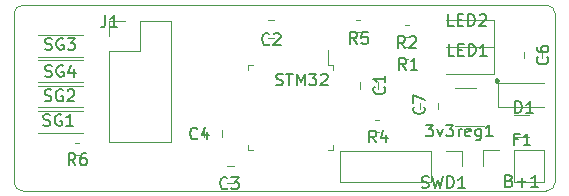
<source format=gbr>
%TF.GenerationSoftware,KiCad,Pcbnew,(5.1.8)-1*%
%TF.CreationDate,2021-01-31T15:43:31-07:00*%
%TF.ProjectId,Axle-Tx-PCB(STM32)v2,41786c65-2d54-4782-9d50-43422853544d,rev?*%
%TF.SameCoordinates,Original*%
%TF.FileFunction,Legend,Top*%
%TF.FilePolarity,Positive*%
%FSLAX46Y46*%
G04 Gerber Fmt 4.6, Leading zero omitted, Abs format (unit mm)*
G04 Created by KiCad (PCBNEW (5.1.8)-1) date 2021-01-31 15:43:31*
%MOMM*%
%LPD*%
G01*
G04 APERTURE LIST*
%TA.AperFunction,Profile*%
%ADD10C,0.050000*%
%TD*%
%ADD11C,0.300000*%
%ADD12C,0.120000*%
%ADD13C,0.150000*%
G04 APERTURE END LIST*
D10*
X67945000Y-36322000D02*
G75*
G02*
X68707000Y-37084000I0J-762000D01*
G01*
X68707000Y-51308000D02*
G75*
G02*
X67945000Y-52070000I-762000J0D01*
G01*
X23622000Y-52070000D02*
G75*
G02*
X22860000Y-51308000I0J762000D01*
G01*
X22860000Y-37084000D02*
G75*
G02*
X23622000Y-36322000I762000J0D01*
G01*
X22860000Y-51308000D02*
X22860000Y-37084000D01*
X67945000Y-52070000D02*
X23622000Y-52070000D01*
X68707000Y-37084000D02*
X68707000Y-51308000D01*
X23622000Y-36322000D02*
X67945000Y-36322000D01*
D11*
X63878685Y-42773600D02*
X63807257Y-42845028D01*
X63735828Y-42773600D01*
X63807257Y-42702171D01*
X63878685Y-42773600D01*
X63735828Y-42773600D01*
D12*
%TO.C,J1*%
X30928000Y-37633600D02*
X32258000Y-37633600D01*
X30928000Y-38963600D02*
X30928000Y-37633600D01*
X33528000Y-37633600D02*
X36128000Y-37633600D01*
X33528000Y-40233600D02*
X33528000Y-37633600D01*
X30928000Y-40233600D02*
X33528000Y-40233600D01*
X36128000Y-37633600D02*
X36128000Y-47913600D01*
X30928000Y-40233600D02*
X30928000Y-47913600D01*
X30928000Y-47913600D02*
X36128000Y-47913600D01*
%TO.C,STM32*%
X42668800Y-48168800D02*
X42668800Y-48618800D01*
X42668800Y-48618800D02*
X43118800Y-48618800D01*
X42668800Y-41848800D02*
X42668800Y-41398800D01*
X42668800Y-41398800D02*
X43118800Y-41398800D01*
X49888800Y-48168800D02*
X49888800Y-48618800D01*
X49888800Y-48618800D02*
X49438800Y-48618800D01*
X49888800Y-41848800D02*
X49888800Y-41398800D01*
X49888800Y-41398800D02*
X49438800Y-41398800D01*
X49438800Y-41398800D02*
X49438800Y-40108800D01*
%TO.C,SWD1*%
X50486000Y-48657200D02*
X50486000Y-51317200D01*
X58166000Y-48657200D02*
X50486000Y-48657200D01*
X58166000Y-51317200D02*
X50486000Y-51317200D01*
X58166000Y-48657200D02*
X58166000Y-51317200D01*
X59436000Y-48657200D02*
X60766000Y-48657200D01*
X60766000Y-48657200D02*
X60766000Y-49987200D01*
%TO.C,SG4*%
X28742400Y-42830000D02*
X24902400Y-42830000D01*
X28742400Y-40990000D02*
X24902400Y-40990000D01*
%TO.C,SG3*%
X24902400Y-38856400D02*
X28742400Y-38856400D01*
X24902400Y-40696400D02*
X28742400Y-40696400D01*
%TO.C,SG2*%
X28742400Y-44989000D02*
X24902400Y-44989000D01*
X28742400Y-43149000D02*
X24902400Y-43149000D01*
%TO.C,SG1*%
X24902400Y-45282600D02*
X28742400Y-45282600D01*
X24902400Y-47122600D02*
X28742400Y-47122600D01*
%TO.C,R6*%
X28022733Y-48004000D02*
X28365267Y-48004000D01*
X28022733Y-49024000D02*
X28365267Y-49024000D01*
%TO.C,R5*%
X52190467Y-38610000D02*
X51847933Y-38610000D01*
X52190467Y-37590000D02*
X51847933Y-37590000D01*
%TO.C,R4*%
X53473533Y-46073600D02*
X53816067Y-46073600D01*
X53473533Y-47093600D02*
X53816067Y-47093600D01*
%TO.C,R2*%
X55962733Y-38047200D02*
X56305267Y-38047200D01*
X55962733Y-39067200D02*
X56305267Y-39067200D01*
%TO.C,R1*%
X55911933Y-39876000D02*
X56254467Y-39876000D01*
X55911933Y-40896000D02*
X56254467Y-40896000D01*
%TO.C,F1*%
X65234736Y-45673600D02*
X66438864Y-45673600D01*
X65234736Y-47493600D02*
X66438864Y-47493600D01*
%TO.C,LED2*%
X59410800Y-39895400D02*
X63470800Y-39895400D01*
X63470800Y-39895400D02*
X63470800Y-37625400D01*
X63470800Y-37625400D02*
X59410800Y-37625400D01*
%TO.C,LED1*%
X59410800Y-42181400D02*
X63470800Y-42181400D01*
X63470800Y-42181400D02*
X63470800Y-39911400D01*
X63470800Y-39911400D02*
X59410800Y-39911400D01*
%TO.C,D1*%
X63890800Y-42942000D02*
X63890800Y-44942000D01*
X63890800Y-44942000D02*
X67740800Y-44942000D01*
X63890800Y-42942000D02*
X67740800Y-42942000D01*
%TO.C,C7*%
X57278600Y-45117652D02*
X57278600Y-44595148D01*
X58748600Y-45117652D02*
X58748600Y-44595148D01*
%TO.C,C6*%
X66067000Y-40799652D02*
X66067000Y-40277148D01*
X67537000Y-40799652D02*
X67537000Y-40277148D01*
%TO.C,C4*%
X38990600Y-47454452D02*
X38990600Y-46931948D01*
X40460600Y-47454452D02*
X40460600Y-46931948D01*
%TO.C,C3*%
X41460052Y-51382600D02*
X40937548Y-51382600D01*
X41460052Y-49912600D02*
X40937548Y-49912600D01*
%TO.C,C2*%
X44391948Y-37619000D02*
X44914452Y-37619000D01*
X44391948Y-39089000D02*
X44914452Y-39089000D01*
%TO.C,C1*%
X53668600Y-42867948D02*
X53668600Y-43390452D01*
X52198600Y-42867948D02*
X52198600Y-43390452D01*
%TO.C,B+1*%
X65176400Y-51266400D02*
X65176400Y-48606400D01*
X65176400Y-51266400D02*
X67776400Y-51266400D01*
X67776400Y-51266400D02*
X67776400Y-48606400D01*
X65176400Y-48606400D02*
X67776400Y-48606400D01*
X62576400Y-48606400D02*
X63906400Y-48606400D01*
X62576400Y-49936400D02*
X62576400Y-48606400D01*
%TO.C,3v3reg1*%
X62012400Y-43348000D02*
X60212400Y-43348000D01*
X60212400Y-46568000D02*
X62662400Y-46568000D01*
%TD*%
%TO.C,J1*%
D13*
X30603866Y-37196780D02*
X30603866Y-37911066D01*
X30556247Y-38053923D01*
X30461009Y-38149161D01*
X30318152Y-38196780D01*
X30222914Y-38196780D01*
X31603866Y-38196780D02*
X31032438Y-38196780D01*
X31318152Y-38196780D02*
X31318152Y-37196780D01*
X31222914Y-37339638D01*
X31127676Y-37434876D01*
X31032438Y-37482495D01*
%TO.C,STM32*%
X45053523Y-43076761D02*
X45196380Y-43124380D01*
X45434476Y-43124380D01*
X45529714Y-43076761D01*
X45577333Y-43029142D01*
X45624952Y-42933904D01*
X45624952Y-42838666D01*
X45577333Y-42743428D01*
X45529714Y-42695809D01*
X45434476Y-42648190D01*
X45244000Y-42600571D01*
X45148761Y-42552952D01*
X45101142Y-42505333D01*
X45053523Y-42410095D01*
X45053523Y-42314857D01*
X45101142Y-42219619D01*
X45148761Y-42172000D01*
X45244000Y-42124380D01*
X45482095Y-42124380D01*
X45624952Y-42172000D01*
X45910666Y-42124380D02*
X46482095Y-42124380D01*
X46196380Y-43124380D02*
X46196380Y-42124380D01*
X46815428Y-43124380D02*
X46815428Y-42124380D01*
X47148761Y-42838666D01*
X47482095Y-42124380D01*
X47482095Y-43124380D01*
X47863047Y-42124380D02*
X48482095Y-42124380D01*
X48148761Y-42505333D01*
X48291619Y-42505333D01*
X48386857Y-42552952D01*
X48434476Y-42600571D01*
X48482095Y-42695809D01*
X48482095Y-42933904D01*
X48434476Y-43029142D01*
X48386857Y-43076761D01*
X48291619Y-43124380D01*
X48005904Y-43124380D01*
X47910666Y-43076761D01*
X47863047Y-43029142D01*
X48863047Y-42219619D02*
X48910666Y-42172000D01*
X49005904Y-42124380D01*
X49244000Y-42124380D01*
X49339238Y-42172000D01*
X49386857Y-42219619D01*
X49434476Y-42314857D01*
X49434476Y-42410095D01*
X49386857Y-42552952D01*
X48815428Y-43124380D01*
X49434476Y-43124380D01*
%TO.C,SWD1*%
X57399466Y-51763561D02*
X57542323Y-51811180D01*
X57780419Y-51811180D01*
X57875657Y-51763561D01*
X57923276Y-51715942D01*
X57970895Y-51620704D01*
X57970895Y-51525466D01*
X57923276Y-51430228D01*
X57875657Y-51382609D01*
X57780419Y-51334990D01*
X57589942Y-51287371D01*
X57494704Y-51239752D01*
X57447085Y-51192133D01*
X57399466Y-51096895D01*
X57399466Y-51001657D01*
X57447085Y-50906419D01*
X57494704Y-50858800D01*
X57589942Y-50811180D01*
X57828038Y-50811180D01*
X57970895Y-50858800D01*
X58304228Y-50811180D02*
X58542323Y-51811180D01*
X58732800Y-51096895D01*
X58923276Y-51811180D01*
X59161371Y-50811180D01*
X59542323Y-51811180D02*
X59542323Y-50811180D01*
X59780419Y-50811180D01*
X59923276Y-50858800D01*
X60018514Y-50954038D01*
X60066133Y-51049276D01*
X60113752Y-51239752D01*
X60113752Y-51382609D01*
X60066133Y-51573085D01*
X60018514Y-51668323D01*
X59923276Y-51763561D01*
X59780419Y-51811180D01*
X59542323Y-51811180D01*
X61066133Y-51811180D02*
X60494704Y-51811180D01*
X60780419Y-51811180D02*
X60780419Y-50811180D01*
X60685180Y-50954038D01*
X60589942Y-51049276D01*
X60494704Y-51096895D01*
%TO.C,SG4*%
X25509695Y-42365561D02*
X25652552Y-42413180D01*
X25890647Y-42413180D01*
X25985885Y-42365561D01*
X26033504Y-42317942D01*
X26081123Y-42222704D01*
X26081123Y-42127466D01*
X26033504Y-42032228D01*
X25985885Y-41984609D01*
X25890647Y-41936990D01*
X25700171Y-41889371D01*
X25604933Y-41841752D01*
X25557314Y-41794133D01*
X25509695Y-41698895D01*
X25509695Y-41603657D01*
X25557314Y-41508419D01*
X25604933Y-41460800D01*
X25700171Y-41413180D01*
X25938266Y-41413180D01*
X26081123Y-41460800D01*
X27033504Y-41460800D02*
X26938266Y-41413180D01*
X26795409Y-41413180D01*
X26652552Y-41460800D01*
X26557314Y-41556038D01*
X26509695Y-41651276D01*
X26462076Y-41841752D01*
X26462076Y-41984609D01*
X26509695Y-42175085D01*
X26557314Y-42270323D01*
X26652552Y-42365561D01*
X26795409Y-42413180D01*
X26890647Y-42413180D01*
X27033504Y-42365561D01*
X27081123Y-42317942D01*
X27081123Y-41984609D01*
X26890647Y-41984609D01*
X27938266Y-41746514D02*
X27938266Y-42413180D01*
X27700171Y-41365561D02*
X27462076Y-42079847D01*
X28081123Y-42079847D01*
%TO.C,SG3*%
X25509695Y-40079561D02*
X25652552Y-40127180D01*
X25890647Y-40127180D01*
X25985885Y-40079561D01*
X26033504Y-40031942D01*
X26081123Y-39936704D01*
X26081123Y-39841466D01*
X26033504Y-39746228D01*
X25985885Y-39698609D01*
X25890647Y-39650990D01*
X25700171Y-39603371D01*
X25604933Y-39555752D01*
X25557314Y-39508133D01*
X25509695Y-39412895D01*
X25509695Y-39317657D01*
X25557314Y-39222419D01*
X25604933Y-39174800D01*
X25700171Y-39127180D01*
X25938266Y-39127180D01*
X26081123Y-39174800D01*
X27033504Y-39174800D02*
X26938266Y-39127180D01*
X26795409Y-39127180D01*
X26652552Y-39174800D01*
X26557314Y-39270038D01*
X26509695Y-39365276D01*
X26462076Y-39555752D01*
X26462076Y-39698609D01*
X26509695Y-39889085D01*
X26557314Y-39984323D01*
X26652552Y-40079561D01*
X26795409Y-40127180D01*
X26890647Y-40127180D01*
X27033504Y-40079561D01*
X27081123Y-40031942D01*
X27081123Y-39698609D01*
X26890647Y-39698609D01*
X27414457Y-39127180D02*
X28033504Y-39127180D01*
X27700171Y-39508133D01*
X27843028Y-39508133D01*
X27938266Y-39555752D01*
X27985885Y-39603371D01*
X28033504Y-39698609D01*
X28033504Y-39936704D01*
X27985885Y-40031942D01*
X27938266Y-40079561D01*
X27843028Y-40127180D01*
X27557314Y-40127180D01*
X27462076Y-40079561D01*
X27414457Y-40031942D01*
%TO.C,SG2*%
X25458895Y-44422961D02*
X25601752Y-44470580D01*
X25839847Y-44470580D01*
X25935085Y-44422961D01*
X25982704Y-44375342D01*
X26030323Y-44280104D01*
X26030323Y-44184866D01*
X25982704Y-44089628D01*
X25935085Y-44042009D01*
X25839847Y-43994390D01*
X25649371Y-43946771D01*
X25554133Y-43899152D01*
X25506514Y-43851533D01*
X25458895Y-43756295D01*
X25458895Y-43661057D01*
X25506514Y-43565819D01*
X25554133Y-43518200D01*
X25649371Y-43470580D01*
X25887466Y-43470580D01*
X26030323Y-43518200D01*
X26982704Y-43518200D02*
X26887466Y-43470580D01*
X26744609Y-43470580D01*
X26601752Y-43518200D01*
X26506514Y-43613438D01*
X26458895Y-43708676D01*
X26411276Y-43899152D01*
X26411276Y-44042009D01*
X26458895Y-44232485D01*
X26506514Y-44327723D01*
X26601752Y-44422961D01*
X26744609Y-44470580D01*
X26839847Y-44470580D01*
X26982704Y-44422961D01*
X27030323Y-44375342D01*
X27030323Y-44042009D01*
X26839847Y-44042009D01*
X27411276Y-43565819D02*
X27458895Y-43518200D01*
X27554133Y-43470580D01*
X27792228Y-43470580D01*
X27887466Y-43518200D01*
X27935085Y-43565819D01*
X27982704Y-43661057D01*
X27982704Y-43756295D01*
X27935085Y-43899152D01*
X27363657Y-44470580D01*
X27982704Y-44470580D01*
%TO.C,SG1*%
X25357295Y-46505761D02*
X25500152Y-46553380D01*
X25738247Y-46553380D01*
X25833485Y-46505761D01*
X25881104Y-46458142D01*
X25928723Y-46362904D01*
X25928723Y-46267666D01*
X25881104Y-46172428D01*
X25833485Y-46124809D01*
X25738247Y-46077190D01*
X25547771Y-46029571D01*
X25452533Y-45981952D01*
X25404914Y-45934333D01*
X25357295Y-45839095D01*
X25357295Y-45743857D01*
X25404914Y-45648619D01*
X25452533Y-45601000D01*
X25547771Y-45553380D01*
X25785866Y-45553380D01*
X25928723Y-45601000D01*
X26881104Y-45601000D02*
X26785866Y-45553380D01*
X26643009Y-45553380D01*
X26500152Y-45601000D01*
X26404914Y-45696238D01*
X26357295Y-45791476D01*
X26309676Y-45981952D01*
X26309676Y-46124809D01*
X26357295Y-46315285D01*
X26404914Y-46410523D01*
X26500152Y-46505761D01*
X26643009Y-46553380D01*
X26738247Y-46553380D01*
X26881104Y-46505761D01*
X26928723Y-46458142D01*
X26928723Y-46124809D01*
X26738247Y-46124809D01*
X27881104Y-46553380D02*
X27309676Y-46553380D01*
X27595390Y-46553380D02*
X27595390Y-45553380D01*
X27500152Y-45696238D01*
X27404914Y-45791476D01*
X27309676Y-45839095D01*
%TO.C,R6*%
X28078133Y-49880780D02*
X27744800Y-49404590D01*
X27506704Y-49880780D02*
X27506704Y-48880780D01*
X27887657Y-48880780D01*
X27982895Y-48928400D01*
X28030514Y-48976019D01*
X28078133Y-49071257D01*
X28078133Y-49214114D01*
X28030514Y-49309352D01*
X27982895Y-49356971D01*
X27887657Y-49404590D01*
X27506704Y-49404590D01*
X28935276Y-48880780D02*
X28744800Y-48880780D01*
X28649561Y-48928400D01*
X28601942Y-48976019D01*
X28506704Y-49118876D01*
X28459085Y-49309352D01*
X28459085Y-49690304D01*
X28506704Y-49785542D01*
X28554323Y-49833161D01*
X28649561Y-49880780D01*
X28840038Y-49880780D01*
X28935276Y-49833161D01*
X28982895Y-49785542D01*
X29030514Y-49690304D01*
X29030514Y-49452209D01*
X28982895Y-49356971D01*
X28935276Y-49309352D01*
X28840038Y-49261733D01*
X28649561Y-49261733D01*
X28554323Y-49309352D01*
X28506704Y-49356971D01*
X28459085Y-49452209D01*
%TO.C,R5*%
X51903333Y-39619180D02*
X51570000Y-39142990D01*
X51331904Y-39619180D02*
X51331904Y-38619180D01*
X51712857Y-38619180D01*
X51808095Y-38666800D01*
X51855714Y-38714419D01*
X51903333Y-38809657D01*
X51903333Y-38952514D01*
X51855714Y-39047752D01*
X51808095Y-39095371D01*
X51712857Y-39142990D01*
X51331904Y-39142990D01*
X52808095Y-38619180D02*
X52331904Y-38619180D01*
X52284285Y-39095371D01*
X52331904Y-39047752D01*
X52427142Y-39000133D01*
X52665238Y-39000133D01*
X52760476Y-39047752D01*
X52808095Y-39095371D01*
X52855714Y-39190609D01*
X52855714Y-39428704D01*
X52808095Y-39523942D01*
X52760476Y-39571561D01*
X52665238Y-39619180D01*
X52427142Y-39619180D01*
X52331904Y-39571561D01*
X52284285Y-39523942D01*
%TO.C,R4*%
X53528933Y-47950380D02*
X53195600Y-47474190D01*
X52957504Y-47950380D02*
X52957504Y-46950380D01*
X53338457Y-46950380D01*
X53433695Y-46998000D01*
X53481314Y-47045619D01*
X53528933Y-47140857D01*
X53528933Y-47283714D01*
X53481314Y-47378952D01*
X53433695Y-47426571D01*
X53338457Y-47474190D01*
X52957504Y-47474190D01*
X54386076Y-47283714D02*
X54386076Y-47950380D01*
X54147980Y-46902761D02*
X53909885Y-47617047D01*
X54528933Y-47617047D01*
%TO.C,R2*%
X55967333Y-39974780D02*
X55634000Y-39498590D01*
X55395904Y-39974780D02*
X55395904Y-38974780D01*
X55776857Y-38974780D01*
X55872095Y-39022400D01*
X55919714Y-39070019D01*
X55967333Y-39165257D01*
X55967333Y-39308114D01*
X55919714Y-39403352D01*
X55872095Y-39450971D01*
X55776857Y-39498590D01*
X55395904Y-39498590D01*
X56348285Y-39070019D02*
X56395904Y-39022400D01*
X56491142Y-38974780D01*
X56729238Y-38974780D01*
X56824476Y-39022400D01*
X56872095Y-39070019D01*
X56919714Y-39165257D01*
X56919714Y-39260495D01*
X56872095Y-39403352D01*
X56300666Y-39974780D01*
X56919714Y-39974780D01*
%TO.C,R1*%
X56068933Y-41803580D02*
X55735600Y-41327390D01*
X55497504Y-41803580D02*
X55497504Y-40803580D01*
X55878457Y-40803580D01*
X55973695Y-40851200D01*
X56021314Y-40898819D01*
X56068933Y-40994057D01*
X56068933Y-41136914D01*
X56021314Y-41232152D01*
X55973695Y-41279771D01*
X55878457Y-41327390D01*
X55497504Y-41327390D01*
X57021314Y-41803580D02*
X56449885Y-41803580D01*
X56735600Y-41803580D02*
X56735600Y-40803580D01*
X56640361Y-40946438D01*
X56545123Y-41041676D01*
X56449885Y-41089295D01*
%TO.C,F1*%
X65554266Y-47680571D02*
X65220933Y-47680571D01*
X65220933Y-48204380D02*
X65220933Y-47204380D01*
X65697123Y-47204380D01*
X66601885Y-48204380D02*
X66030457Y-48204380D01*
X66316171Y-48204380D02*
X66316171Y-47204380D01*
X66220933Y-47347238D01*
X66125695Y-47442476D01*
X66030457Y-47490095D01*
%TO.C,LED2*%
X60094952Y-38095180D02*
X59618761Y-38095180D01*
X59618761Y-37095180D01*
X60428285Y-37571371D02*
X60761619Y-37571371D01*
X60904476Y-38095180D02*
X60428285Y-38095180D01*
X60428285Y-37095180D01*
X60904476Y-37095180D01*
X61333047Y-38095180D02*
X61333047Y-37095180D01*
X61571142Y-37095180D01*
X61714000Y-37142800D01*
X61809238Y-37238038D01*
X61856857Y-37333276D01*
X61904476Y-37523752D01*
X61904476Y-37666609D01*
X61856857Y-37857085D01*
X61809238Y-37952323D01*
X61714000Y-38047561D01*
X61571142Y-38095180D01*
X61333047Y-38095180D01*
X62285428Y-37190419D02*
X62333047Y-37142800D01*
X62428285Y-37095180D01*
X62666380Y-37095180D01*
X62761619Y-37142800D01*
X62809238Y-37190419D01*
X62856857Y-37285657D01*
X62856857Y-37380895D01*
X62809238Y-37523752D01*
X62237809Y-38095180D01*
X62856857Y-38095180D01*
%TO.C,LED1*%
X60145752Y-40635180D02*
X59669561Y-40635180D01*
X59669561Y-39635180D01*
X60479085Y-40111371D02*
X60812419Y-40111371D01*
X60955276Y-40635180D02*
X60479085Y-40635180D01*
X60479085Y-39635180D01*
X60955276Y-39635180D01*
X61383847Y-40635180D02*
X61383847Y-39635180D01*
X61621942Y-39635180D01*
X61764800Y-39682800D01*
X61860038Y-39778038D01*
X61907657Y-39873276D01*
X61955276Y-40063752D01*
X61955276Y-40206609D01*
X61907657Y-40397085D01*
X61860038Y-40492323D01*
X61764800Y-40587561D01*
X61621942Y-40635180D01*
X61383847Y-40635180D01*
X62907657Y-40635180D02*
X62336228Y-40635180D01*
X62621942Y-40635180D02*
X62621942Y-39635180D01*
X62526704Y-39778038D01*
X62431466Y-39873276D01*
X62336228Y-39920895D01*
%TO.C,D1*%
X65301904Y-45461180D02*
X65301904Y-44461180D01*
X65540000Y-44461180D01*
X65682857Y-44508800D01*
X65778095Y-44604038D01*
X65825714Y-44699276D01*
X65873333Y-44889752D01*
X65873333Y-45032609D01*
X65825714Y-45223085D01*
X65778095Y-45318323D01*
X65682857Y-45413561D01*
X65540000Y-45461180D01*
X65301904Y-45461180D01*
X66825714Y-45461180D02*
X66254285Y-45461180D01*
X66540000Y-45461180D02*
X66540000Y-44461180D01*
X66444761Y-44604038D01*
X66349523Y-44699276D01*
X66254285Y-44746895D01*
%TO.C,C7*%
X57557942Y-44921466D02*
X57605561Y-44969085D01*
X57653180Y-45111942D01*
X57653180Y-45207180D01*
X57605561Y-45350038D01*
X57510323Y-45445276D01*
X57415085Y-45492895D01*
X57224609Y-45540514D01*
X57081752Y-45540514D01*
X56891276Y-45492895D01*
X56796038Y-45445276D01*
X56700800Y-45350038D01*
X56653180Y-45207180D01*
X56653180Y-45111942D01*
X56700800Y-44969085D01*
X56748419Y-44921466D01*
X56653180Y-44588133D02*
X56653180Y-43921466D01*
X57653180Y-44350038D01*
%TO.C,C6*%
X68022742Y-40705066D02*
X68070361Y-40752685D01*
X68117980Y-40895542D01*
X68117980Y-40990780D01*
X68070361Y-41133638D01*
X67975123Y-41228876D01*
X67879885Y-41276495D01*
X67689409Y-41324114D01*
X67546552Y-41324114D01*
X67356076Y-41276495D01*
X67260838Y-41228876D01*
X67165600Y-41133638D01*
X67117980Y-40990780D01*
X67117980Y-40895542D01*
X67165600Y-40752685D01*
X67213219Y-40705066D01*
X67117980Y-39847923D02*
X67117980Y-40038400D01*
X67165600Y-40133638D01*
X67213219Y-40181257D01*
X67356076Y-40276495D01*
X67546552Y-40324114D01*
X67927504Y-40324114D01*
X68022742Y-40276495D01*
X68070361Y-40228876D01*
X68117980Y-40133638D01*
X68117980Y-39943161D01*
X68070361Y-39847923D01*
X68022742Y-39800304D01*
X67927504Y-39752685D01*
X67689409Y-39752685D01*
X67594171Y-39800304D01*
X67546552Y-39847923D01*
X67498933Y-39943161D01*
X67498933Y-40133638D01*
X67546552Y-40228876D01*
X67594171Y-40276495D01*
X67689409Y-40324114D01*
%TO.C,C4*%
X38390533Y-47601142D02*
X38342914Y-47648761D01*
X38200057Y-47696380D01*
X38104819Y-47696380D01*
X37961961Y-47648761D01*
X37866723Y-47553523D01*
X37819104Y-47458285D01*
X37771485Y-47267809D01*
X37771485Y-47124952D01*
X37819104Y-46934476D01*
X37866723Y-46839238D01*
X37961961Y-46744000D01*
X38104819Y-46696380D01*
X38200057Y-46696380D01*
X38342914Y-46744000D01*
X38390533Y-46791619D01*
X39247676Y-47029714D02*
X39247676Y-47696380D01*
X39009580Y-46648761D02*
X38771485Y-47363047D01*
X39390533Y-47363047D01*
%TO.C,C3*%
X40930533Y-51817542D02*
X40882914Y-51865161D01*
X40740057Y-51912780D01*
X40644819Y-51912780D01*
X40501961Y-51865161D01*
X40406723Y-51769923D01*
X40359104Y-51674685D01*
X40311485Y-51484209D01*
X40311485Y-51341352D01*
X40359104Y-51150876D01*
X40406723Y-51055638D01*
X40501961Y-50960400D01*
X40644819Y-50912780D01*
X40740057Y-50912780D01*
X40882914Y-50960400D01*
X40930533Y-51008019D01*
X41263866Y-50912780D02*
X41882914Y-50912780D01*
X41549580Y-51293733D01*
X41692438Y-51293733D01*
X41787676Y-51341352D01*
X41835295Y-51388971D01*
X41882914Y-51484209D01*
X41882914Y-51722304D01*
X41835295Y-51817542D01*
X41787676Y-51865161D01*
X41692438Y-51912780D01*
X41406723Y-51912780D01*
X41311485Y-51865161D01*
X41263866Y-51817542D01*
%TO.C,C2*%
X44486533Y-39625542D02*
X44438914Y-39673161D01*
X44296057Y-39720780D01*
X44200819Y-39720780D01*
X44057961Y-39673161D01*
X43962723Y-39577923D01*
X43915104Y-39482685D01*
X43867485Y-39292209D01*
X43867485Y-39149352D01*
X43915104Y-38958876D01*
X43962723Y-38863638D01*
X44057961Y-38768400D01*
X44200819Y-38720780D01*
X44296057Y-38720780D01*
X44438914Y-38768400D01*
X44486533Y-38816019D01*
X44867485Y-38816019D02*
X44915104Y-38768400D01*
X45010342Y-38720780D01*
X45248438Y-38720780D01*
X45343676Y-38768400D01*
X45391295Y-38816019D01*
X45438914Y-38911257D01*
X45438914Y-39006495D01*
X45391295Y-39149352D01*
X44819866Y-39720780D01*
X45438914Y-39720780D01*
%TO.C,C1*%
X54205142Y-43245066D02*
X54252761Y-43292685D01*
X54300380Y-43435542D01*
X54300380Y-43530780D01*
X54252761Y-43673638D01*
X54157523Y-43768876D01*
X54062285Y-43816495D01*
X53871809Y-43864114D01*
X53728952Y-43864114D01*
X53538476Y-43816495D01*
X53443238Y-43768876D01*
X53348000Y-43673638D01*
X53300380Y-43530780D01*
X53300380Y-43435542D01*
X53348000Y-43292685D01*
X53395619Y-43245066D01*
X54300380Y-42292685D02*
X54300380Y-42864114D01*
X54300380Y-42578400D02*
X53300380Y-42578400D01*
X53443238Y-42673638D01*
X53538476Y-42768876D01*
X53586095Y-42864114D01*
%TO.C,B+1*%
X64812990Y-51185771D02*
X64955847Y-51233390D01*
X65003466Y-51281009D01*
X65051085Y-51376247D01*
X65051085Y-51519104D01*
X65003466Y-51614342D01*
X64955847Y-51661961D01*
X64860609Y-51709580D01*
X64479657Y-51709580D01*
X64479657Y-50709580D01*
X64812990Y-50709580D01*
X64908228Y-50757200D01*
X64955847Y-50804819D01*
X65003466Y-50900057D01*
X65003466Y-50995295D01*
X64955847Y-51090533D01*
X64908228Y-51138152D01*
X64812990Y-51185771D01*
X64479657Y-51185771D01*
X65479657Y-51328628D02*
X66241561Y-51328628D01*
X65860609Y-51709580D02*
X65860609Y-50947676D01*
X67241561Y-51709580D02*
X66670133Y-51709580D01*
X66955847Y-51709580D02*
X66955847Y-50709580D01*
X66860609Y-50852438D01*
X66765371Y-50947676D01*
X66670133Y-50995295D01*
%TO.C,3v3reg1*%
X57747257Y-46442380D02*
X58366304Y-46442380D01*
X58032971Y-46823333D01*
X58175828Y-46823333D01*
X58271066Y-46870952D01*
X58318685Y-46918571D01*
X58366304Y-47013809D01*
X58366304Y-47251904D01*
X58318685Y-47347142D01*
X58271066Y-47394761D01*
X58175828Y-47442380D01*
X57890114Y-47442380D01*
X57794876Y-47394761D01*
X57747257Y-47347142D01*
X58699638Y-46775714D02*
X58937733Y-47442380D01*
X59175828Y-46775714D01*
X59461542Y-46442380D02*
X60080590Y-46442380D01*
X59747257Y-46823333D01*
X59890114Y-46823333D01*
X59985352Y-46870952D01*
X60032971Y-46918571D01*
X60080590Y-47013809D01*
X60080590Y-47251904D01*
X60032971Y-47347142D01*
X59985352Y-47394761D01*
X59890114Y-47442380D01*
X59604400Y-47442380D01*
X59509161Y-47394761D01*
X59461542Y-47347142D01*
X60509161Y-47442380D02*
X60509161Y-46775714D01*
X60509161Y-46966190D02*
X60556780Y-46870952D01*
X60604400Y-46823333D01*
X60699638Y-46775714D01*
X60794876Y-46775714D01*
X61509161Y-47394761D02*
X61413923Y-47442380D01*
X61223447Y-47442380D01*
X61128209Y-47394761D01*
X61080590Y-47299523D01*
X61080590Y-46918571D01*
X61128209Y-46823333D01*
X61223447Y-46775714D01*
X61413923Y-46775714D01*
X61509161Y-46823333D01*
X61556780Y-46918571D01*
X61556780Y-47013809D01*
X61080590Y-47109047D01*
X62413923Y-46775714D02*
X62413923Y-47585238D01*
X62366304Y-47680476D01*
X62318685Y-47728095D01*
X62223447Y-47775714D01*
X62080590Y-47775714D01*
X61985352Y-47728095D01*
X62413923Y-47394761D02*
X62318685Y-47442380D01*
X62128209Y-47442380D01*
X62032971Y-47394761D01*
X61985352Y-47347142D01*
X61937733Y-47251904D01*
X61937733Y-46966190D01*
X61985352Y-46870952D01*
X62032971Y-46823333D01*
X62128209Y-46775714D01*
X62318685Y-46775714D01*
X62413923Y-46823333D01*
X63413923Y-47442380D02*
X62842495Y-47442380D01*
X63128209Y-47442380D02*
X63128209Y-46442380D01*
X63032971Y-46585238D01*
X62937733Y-46680476D01*
X62842495Y-46728095D01*
%TD*%
M02*

</source>
